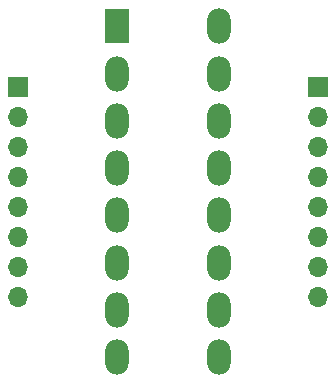
<source format=gbr>
%TF.GenerationSoftware,KiCad,Pcbnew,(6.0.11)*%
%TF.CreationDate,2023-02-06T20:57:08+10:00*%
%TF.ProjectId,can_explorer,63616e5f-6578-4706-9c6f-7265722e6b69,rev?*%
%TF.SameCoordinates,Original*%
%TF.FileFunction,Soldermask,Top*%
%TF.FilePolarity,Negative*%
%FSLAX46Y46*%
G04 Gerber Fmt 4.6, Leading zero omitted, Abs format (unit mm)*
G04 Created by KiCad (PCBNEW (6.0.11)) date 2023-02-06 20:57:08*
%MOMM*%
%LPD*%
G01*
G04 APERTURE LIST*
%ADD10R,2.000000X3.000000*%
%ADD11O,2.000000X3.000000*%
%ADD12R,1.700000X1.700000*%
%ADD13O,1.700000X1.700000*%
G04 APERTURE END LIST*
D10*
%TO.C,J1*%
X143020000Y-67280000D03*
D11*
X143020000Y-71280000D03*
X143020000Y-75280000D03*
X143020000Y-79280000D03*
X143020000Y-83280000D03*
X143020000Y-87280000D03*
X143020000Y-91280000D03*
X143020000Y-95280000D03*
X151620000Y-67280000D03*
X151620000Y-71280000D03*
X151620000Y-75280000D03*
X151620000Y-79280000D03*
X151620000Y-83280000D03*
X151620000Y-87280000D03*
X151620000Y-91280000D03*
X151620000Y-95280000D03*
%TD*%
D12*
%TO.C,J2*%
X134620000Y-72390000D03*
D13*
X134620000Y-74930000D03*
X134620000Y-77470000D03*
X134620000Y-80010000D03*
X134620000Y-82550000D03*
X134620000Y-85090000D03*
X134620000Y-87630000D03*
X134620000Y-90170000D03*
%TD*%
D12*
%TO.C,J3*%
X160020000Y-72390000D03*
D13*
X160020000Y-74930000D03*
X160020000Y-77470000D03*
X160020000Y-80010000D03*
X160020000Y-82550000D03*
X160020000Y-85090000D03*
X160020000Y-87630000D03*
X160020000Y-90170000D03*
%TD*%
M02*

</source>
